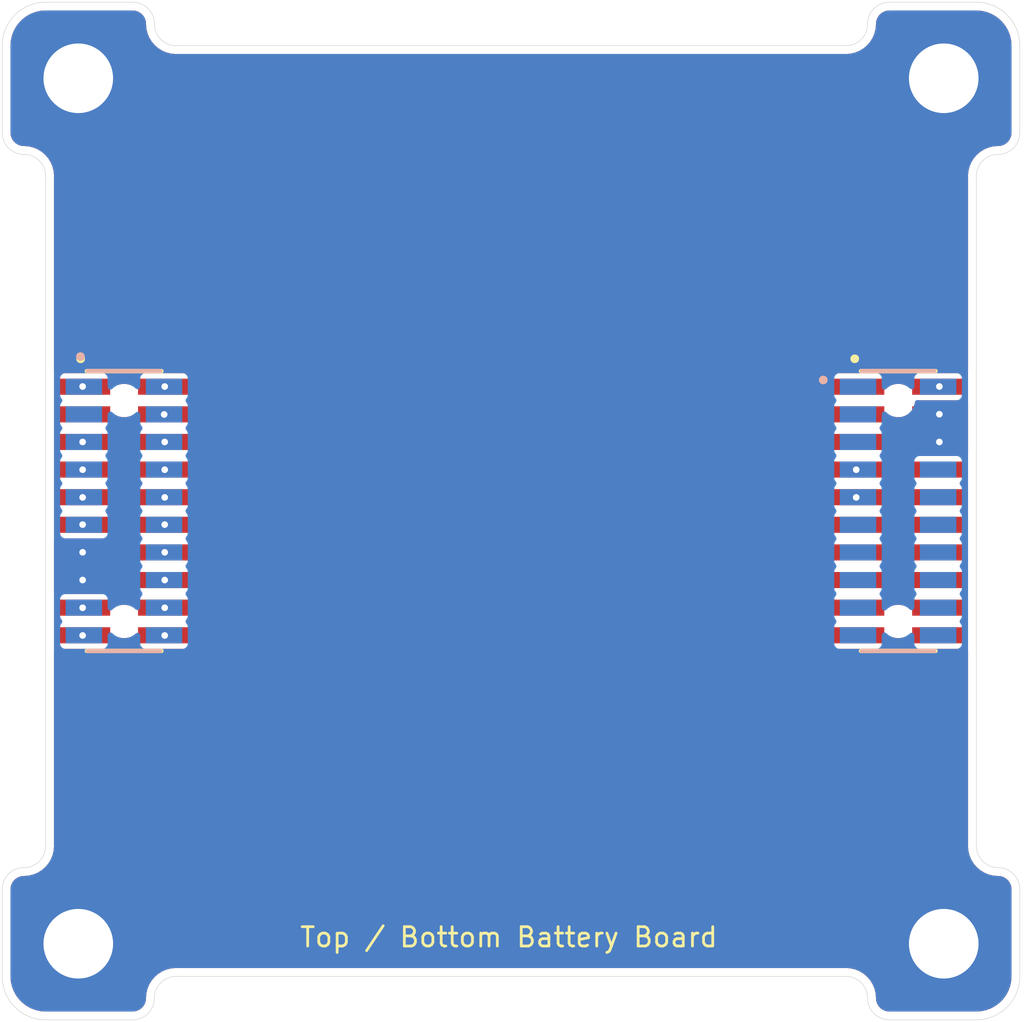
<source format=kicad_pcb>
(kicad_pcb (version 20211014) (generator pcbnew)
  (layers (0 "F.Cu" signal) (31 "B.Cu" signal) (34 "B.Paste" user) (35 "F.Paste" user) (36 "B.SilkS" user "B.Silkscreen") (37 "F.SilkS" user "F.Silkscreen") (38 "B.Mask" user) (39 "F.Mask" user) (44 "Edge.Cuts" user))
  (net 0 "")
  (net 1 "BATT_P_SW")
  (net 2 "BATT_N_SW")
  (net 3 "GND")
  (net 4 "+3V3")
  (net 5 "BATT_P")
  (net 6 "COIL5_N")
  (net 7 "COIL5_P")
  (net 8 "VUSB")
  (net 10 "BURN1")
  (net 12 "BURN2")
  (net 24 "SD_CS")
  (net 25 "CAM_EN")
  (net 26 "SCK")
  (net 27 "MISO")
  (net 28 "CAM_CS")
  (net 29 "MOSI")
  (net 30 "SCL1")
  (net 31 "SDA1")
  (net 32 "HI_POW")
  (net 33 "COIL6_N")
  (net 34 "COIL6_P")
  (footprint "mainboard:MountingHole" (layer "F.Cu") (at 172.6 121.6 -90)
    (fp_text reference "H2" hide)
    (fp_text value "MountingHole_Pad")
    (pad "1" thru_hole circle (at 0 0 270) (size 5 5) (drill 3.2) (layers *.Cu *.Mask) (net 3 "GND"))
  )
  (footprint "mainboard:MountingHole" (layer "F.Cu") (at 132.8 121.6 -90)
    (fp_text reference "H3" hide)
    (fp_text value "MountingHole_Pad")
    (pad "1" thru_hole circle (at -0.000001 0.000011 270) (size 5 5) (drill 3.200001) (layers *.Cu *.Mask) (net 3 "GND"))
  )
  (footprint "batteryboard:SAMTEC-FTS-110-01-X-DV-A" (layer "F.Cu") (at 134.9 101.692075 -90)
    (fp_text reference "J4" hide)
    (fp_text value "FTS-110-01-L-DV-A")
    (fp_line (start 6.443 -1.723) (end 6.443 1.707) (layer "F.SilkS") (width 0.2))
    (fp_line (start -6.427 -1.723) (end -6.427 1.707) (layer "F.SilkS") (width 0.2))
    (fp_circle (center -6.992 1.992) (end -6.892 1.992) (layer "F.SilkS") (width 0.2) (fill none))
    (pad "" np_thru_hole circle (at 5.088 -0.008 270) (size 1.02 1.02) (drill 1.02) (layers *.Cu *.Mask))
    (pad "" np_thru_hole circle (at -5.072 -0.008 270) (size 1.02 1.02) (drill 1.02) (layers *.Cu *.Mask))
    (pad "1" smd rect (at -5.707 1.8995 270) (size 0.74 2.535) (layers "F.Cu" "F.Paste" "F.Mask") (net 5 "BATT_P"))
    (pad "2" smd rect (at -5.707 -1.9155 270) (size 0.74 2.535) (layers "F.Cu" "F.Paste" "F.Mask") (net 1 "BATT_P_SW"))
    (pad "3" smd rect (at -4.437 1.8995 270) (size 0.74 2.535) (layers "F.Cu" "F.Paste" "F.Mask"))
    (pad "4" smd rect (at -4.437 -1.9155 270) (size 0.74 2.535) (layers "F.Cu" "F.Paste" "F.Mask") (net 2 "BATT_N_SW"))
    (pad "5" smd rect (at -3.167 1.8995 270) (size 0.74 2.535) (layers "F.Cu" "F.Paste" "F.Mask") (net 24 "SD_CS"))
    (pad "6" smd rect (at -3.167 -1.9155 270) (size 0.74 2.535) (layers "F.Cu" "F.Paste" "F.Mask") (net 25 "CAM_EN"))
    (pad "7" smd rect (at -1.897 1.8995 270) (size 0.74 2.535) (layers "F.Cu" "F.Paste" "F.Mask") (net 26 "SCK"))
    (pad "8" smd rect (at -1.897 -1.9155 270) (size 0.74 2.535) (layers "F.Cu" "F.Paste" "F.Mask") (net 27 "MISO"))
    (pad "9" smd rect (at -0.627 1.8995 270) (size 0.74 2.535) (layers "F.Cu" "F.Paste" "F.Mask") (net 28 "CAM_CS"))
    (pad "10" smd rect (at -0.627 -1.9155 270) (size 0.74 2.535) (layers "F.Cu" "F.Paste" "F.Mask") (net 29 "MOSI"))
    (pad "11" smd rect (at 0.643 1.8995 270) (size 0.74 2.535) (layers "F.Cu" "F.Paste" "F.Mask") (net 30 "SCL1"))
    (pad "12" smd rect (at 0.643 -1.9155 270) (size 0.74 2.535) (layers "F.Cu" "F.Paste" "F.Mask") (net 31 "SDA1"))
    (pad "13" smd rect (at 1.913 1.8995 270) (size 0.74 2.535) (layers "F.Cu" "F.Paste" "F.Mask") (net 3 "GND"))
    (pad "14" smd rect (at 1.913 -1.9155 270) (size 0.74 2.535) (layers "F.Cu" "F.Paste" "F.Mask") (net 32 "HI_POW"))
    (pad "15" smd rect (at 3.183 1.8995 270) (size 0.74 2.535) (layers "F.Cu" "F.Paste" "F.Mask") (net 3 "GND"))
    (pad "16" smd rect (at 3.183 -1.9155 270) (size 0.74 2.535) (layers "F.Cu" "F.Paste" "F.Mask") (net 4 "+3V3"))
    (pad "17" smd rect (at 4.453 1.8995 270) (size 0.74 2.535) (layers "F.Cu" "F.Paste" "F.Mask") (net 33 "COIL6_N"))
    (pad "18" smd rect (at 4.453 -1.9155 270) (size 0.74 2.535) (layers "F.Cu" "F.Paste" "F.Mask") (net 7 "COIL5_P"))
    (pad "19" smd rect (at 5.723 1.8995 270) (size 0.74 2.535) (layers "F.Cu" "F.Paste" "F.Mask") (net 34 "COIL6_P"))
    (pad "20" smd rect (at 5.723 -1.9155 270) (size 0.74 2.535) (layers "F.Cu" "F.Paste" "F.Mask") (net 6 "COIL5_N"))
  )
  (footprint "batteryboard:SAMTEC-FTS-110-01-X-DV-A" (layer "F.Cu") (at 170.5 101.692075 -90)
    (fp_text reference "J3" hide)
    (fp_text value "FTS-110-01-L-DV-A")
    (fp_line (start 6.443 -1.723) (end 6.443 1.707) (layer "F.SilkS") (width 0.2))
    (fp_line (start -6.427 -1.723) (end -6.427 1.707) (layer "F.SilkS") (width 0.2))
    (fp_circle (center -6.992 1.992) (end -6.892 1.992) (layer "F.SilkS") (width 0.2) (fill none))
    (pad "" np_thru_hole circle (at 5.088 -0.008 270) (size 1.02 1.02) (drill 1.02) (layers *.Cu *.Mask))
    (pad "" np_thru_hole circle (at -5.072 -0.008 270) (size 1.02 1.02) (drill 1.02) (layers *.Cu *.Mask))
    (pad "1" smd rect (at -5.707 1.8995 270) (size 0.74 2.535) (layers "F.Cu" "F.Paste" "F.Mask"))
    (pad "2" smd rect (at -5.707 -1.9155 270) (size 0.74 2.535) (layers "F.Cu" "F.Paste" "F.Mask") (net 8 "VUSB"))
    (pad "3" smd rect (at -4.437 1.8995 270) (size 0.74 2.535) (layers "F.Cu" "F.Paste" "F.Mask"))
    (pad "4" smd rect (at -4.437 -1.9155 270) (size 0.74 2.535) (layers "F.Cu" "F.Paste" "F.Mask") (net 3 "GND"))
    (pad "5" smd rect (at -3.167 1.8995 270) (size 0.74 2.535) (layers "F.Cu" "F.Paste" "F.Mask"))
    (pad "6" smd rect (at -3.167 -1.9155 270) (size 0.74 2.535) (layers "F.Cu" "F.Paste" "F.Mask") (net 3 "GND"))
    (pad "7" smd rect (at -1.897 1.8995 270) (size 0.74 2.535) (layers "F.Cu" "F.Paste" "F.Mask") (net 10 "BURN1"))
    (pad "8" smd rect (at -1.897 -1.9155 270) (size 0.74 2.535) (layers "F.Cu" "F.Paste" "F.Mask"))
    (pad "9" smd rect (at -0.627 1.8995 270) (size 0.74 2.535) (layers "F.Cu" "F.Paste" "F.Mask") (net 12 "BURN2"))
    (pad "10" smd rect (at -0.627 -1.9155 270) (size 0.74 2.535) (layers "F.Cu" "F.Paste" "F.Mask"))
    (pad "11" smd rect (at 0.643 1.8995 270) (size 0.74 2.535) (layers "F.Cu" "F.Paste" "F.Mask"))
    (pad "12" smd rect (at 0.643 -1.9155 270) (size 0.74 2.535) (layers "F.Cu" "F.Paste" "F.Mask"))
    (pad "13" smd rect (at 1.913 1.8995 270) (size 0.74 2.535) (layers "F.Cu" "F.Paste" "F.Mask"))
    (pad "14" smd rect (at 1.913 -1.9155 270) (size 0.74 2.535) (layers "F.Cu" "F.Paste" "F.Mask"))
    (pad "15" smd rect (at 3.183 1.8995 270) (size 0.74 2.535) (layers "F.Cu" "F.Paste" "F.Mask"))
    (pad "16" smd rect (at 3.183 -1.9155 270) (size 0.74 2.535) (layers "F.Cu" "F.Paste" "F.Mask"))
    (pad "17" smd rect (at 4.453 1.8995 270) (size 0.74 2.535) (layers "F.Cu" "F.Paste" "F.Mask"))
    (pad "18" smd rect (at 4.453 -1.9155 270) (size 0.74 2.535) (layers "F.Cu" "F.Paste" "F.Mask"))
    (pad "19" smd rect (at 5.723 1.8995 270) (size 0.74 2.535) (layers "F.Cu" "F.Paste" "F.Mask"))
    (pad "20" smd rect (at 5.723 -1.9155 270) (size 0.74 2.535) (layers "F.Cu" "F.Paste" "F.Mask"))
  )
  (footprint "mainboard:MountingHole" (layer "F.Cu") (at 132.8 81.8 -90)
    (fp_text reference "H4" hide)
    (fp_text value "MountingHole_Pad")
    (pad "1" thru_hole circle locked (at 0 0 270) (size 5 5) (drill 3.2) (layers *.Cu *.Mask) (net 3 "GND"))
  )
  (footprint "mainboard:MountingHole" (layer "F.Cu") (at 172.6 81.8 -90)
    (fp_text reference "H1" hide)
    (fp_text value "MountingHole_Pad")
    (pad "1" thru_hole circle (at 0 0 270) (size 5 5) (drill 3.2) (layers *.Cu *.Mask) (net 3 "GND"))
  )
  (footprint "custom-footprints:pycubed_mini_half" (layer "F.Cu") (at 153.1 82.5)
    (fp_text reference "Ref**" hide)
    (fp_text value "Val**" hide)
  )
  (footprint "mainboard:SAMTEC_FLE-110-01-G-DV-A" (layer "B.Cu") (at 134.9 101.7 -90)
    (fp_text reference "J2" hide)
    (fp_text value "FLE-110-01-G-DV-A")
    (fp_line (start 6.435 -1.665) (end 6.435 1.665) (layer "B.SilkS") (width 0.2))
    (fp_line (start -6.435 -1.665) (end -6.435 1.665) (layer "B.SilkS") (width 0.2))
    (fp_circle (center -7.1 2) (end -7 2) (layer "B.SilkS") (width 0.2) (fill none))
    (pad "" np_thru_hole circle (at -5.08 0 270) (size 0.76 0.76) (drill 0.76) (layers *.Cu *.Mask))
    (pad "" np_thru_hole circle (at 5.08 0 270) (size 0.76 0.76) (drill 0.76) (layers *.Cu *.Mask))
    (pad "1" smd rect (at -5.715 1.8425 270) (size 0.74 1.675) (layers "B.Cu" "B.Paste" "B.Mask") (net 5 "BATT_P"))
    (pad "2" smd rect (at -5.715 -1.8425 270) (size 0.74 1.675) (layers "B.Cu" "B.Paste" "B.Mask") (net 1 "BATT_P_SW"))
    (pad "3" smd rect (at -4.445 1.8425 270) (size 0.74 1.675) (layers "B.Cu" "B.Paste" "B.Mask"))
    (pad "4" smd rect (at -4.445 -1.8425 270) (size 0.74 1.675) (layers "B.Cu" "B.Paste" "B.Mask") (net 2 "BATT_N_SW"))
    (pad "5" smd rect (at -3.175 1.8425 270) (size 0.74 1.675) (layers "B.Cu" "B.Paste" "B.Mask") (net 24 "SD_CS"))
    (pad "6" smd rect (at -3.175 -1.8425 270) (size 0.74 1.675) (layers "B.Cu" "B.Paste" "B.Mask") (net 25 "CAM_EN"))
    (pad "7" smd rect (at -1.905 1.8425 270) (size 0.74 1.675) (layers "B.Cu" "B.Paste" "B.Mask") (net 26 "SCK"))
    (pad "8" smd rect (at -1.905 -1.8425 270) (size 0.74 1.675) (layers "B.Cu" "B.Paste" "B.Mask") (net 27 "MISO"))
    (pad "9" smd rect (at -0.635 1.8425 270) (size 0.74 1.675) (layers "B.Cu" "B.Paste" "B.Mask") (net 28 "CAM_CS"))
    (pad "10" smd rect (at -0.635 -1.8425 270) (size 0.74 1.675) (layers "B.Cu" "B.Paste" "B.Mask") (net 29 "MOSI"))
    (pad "11" smd rect (at 0.635 1.8425 270) (size 0.74 1.675) (layers "B.Cu" "B.Paste" "B.Mask") (net 30 "SCL1"))
    (pad "12" smd rect (at 0.635 -1.8425 270) (size 0.74 1.675) (layers "B.Cu" "B.Paste" "B.Mask") (net 31 "SDA1"))
    (pad "13" smd rect (at 1.905 1.8425 270) (size 0.74 1.675) (layers "B.Cu" "B.Paste" "B.Mask") (net 3 "GND"))
    (pad "14" smd rect (at 1.905 -1.8425 270) (size 0.74 1.675) (layers "B.Cu" "B.Paste" "B.Mask") (net 32 "HI_POW"))
    (pad "15" smd rect (at 3.175 1.8425 270) (size 0.74 1.675) (layers "B.Cu" "B.Paste" "B.Mask") (net 3 "GND"))
    (pad "16" smd rect (at 3.175 -1.8425 270) (size 0.74 1.675) (layers "B.Cu" "B.Paste" "B.Mask") (net 4 "+3V3"))
    (pad "17" smd rect (at 4.445 1.8425 270) (size 0.74 1.675) (layers "B.Cu" "B.Paste" "B.Mask") (net 33 "COIL6_N"))
    (pad "18" smd rect (at 4.445 -1.8425 270) (size 0.74 1.675) (layers "B.Cu" "B.Paste" "B.Mask") (net 7 "COIL5_P"))
    (pad "19" smd rect (at 5.715 1.8425 270) (size 0.74 1.675) (layers "B.Cu" "B.Paste" "B.Mask") (net 34 "COIL6_P"))
    (pad "20" smd rect (at 5.715 -1.8425 270) (size 0.74 1.675) (layers "B.Cu" "B.Paste" "B.Mask") (net 6 "COIL5_N"))
  )
  (footprint "mainboard:SAMTEC_FLE-110-01-G-DV-A" (layer "B.Cu") (at 170.5 101.7 -90)
    (fp_text reference "J1" hide)
    (fp_text value "FLE-110-01-G-DV-A")
    (fp_line (start -6.435 -1.665) (end -6.435 1.665) (layer "B.SilkS") (width 0.2))
    (fp_line (start 6.435 -1.665) (end 6.435 1.665) (layer "B.SilkS") (width 0.2))
    (fp_circle (center -6.025 3.44) (end -5.925 3.44) (layer "B.SilkS") (width 0.2) (fill none))
    (pad "" np_thru_hole circle (at -5.08 0 270) (size 0.76 0.76) (drill 0.76) (layers *.Cu *.Mask))
    (pad "" np_thru_hole circle (at 5.08 0 270) (size 0.76 0.76) (drill 0.76) (layers *.Cu *.Mask))
    (pad "1" smd rect (at -5.715 1.8425 270) (size 0.74 1.675) (layers "B.Cu" "B.Paste" "B.Mask"))
    (pad "2" smd rect (at -5.715 -1.8425 270) (size 0.74 1.675) (layers "B.Cu" "B.Paste" "B.Mask") (net 8 "VUSB"))
    (pad "3" smd rect (at -4.445 1.8425 270) (size 0.74 1.675) (layers "B.Cu" "B.Paste" "B.Mask"))
    (pad "4" smd rect (at -4.445 -1.8425 270) (size 0.74 1.675) (layers "B.Cu" "B.Paste" "B.Mask") (net 3 "GND"))
    (pad "5" smd rect (at -3.175 1.8425 270) (size 0.74 1.675) (layers "B.Cu" "B.Paste" "B.Mask"))
    (pad "6" smd rect (at -3.175 -1.8425 270) (size 0.74 1.675) (layers "B.Cu" "B.Paste" "B.Mask") (net 3 "GND"))
    (pad "7" smd rect (at -1.905 1.8425 270) (size 0.74 1.675) (layers "B.Cu" "B.Paste" "B.Mask") (net 10 "BURN1"))
    (pad "8" smd rect (at -1.905 -1.8425 270) (size 0.74 1.675) (layers "B.Cu" "B.Paste" "B.Mask"))
    (pad "9" smd rect (at -0.635 1.8425 270) (size 0.74 1.675) (layers "B.Cu" "B.Paste" "B.Mask") (net 12 "BURN2"))
    (pad "10" smd rect (at -0.635 -1.8425 270) (size 0.74 1.675) (layers "B.Cu" "B.Paste" "B.Mask"))
    (pad "11" smd rect (at 0.635 1.8425 270) (size 0.74 1.675) (layers "B.Cu" "B.Paste" "B.Mask"))
    (pad "12" smd rect (at 0.635 -1.8425 270) (size 0.74 1.675) (layers "B.Cu" "B.Paste" "B.Mask"))
    (pad "13" smd rect (at 1.905 1.8425 270) (size 0.74 1.675) (layers "B.Cu" "B.Paste" "B.Mask"))
    (pad "14" smd rect (at 1.905 -1.8425 270) (size 0.74 1.675) (layers "B.Cu" "B.Paste" "B.Mask"))
    (pad "15" smd rect (at 3.175 1.8425 270) (size 0.74 1.675) (layers "B.Cu" "B.Paste" "B.Mask"))
    (pad "16" smd rect (at 3.175 -1.8425 270) (size 0.74 1.675) (layers "B.Cu" "B.Paste" "B.Mask"))
    (pad "17" smd rect (at 4.445 1.8425 270) (size 0.74 1.675) (layers "B.Cu" "B.Paste" "B.Mask"))
    (pad "18" smd rect (at 4.445 -1.8425 270) (size 0.74 1.675) (layers "B.Cu" "B.Paste" "B.Mask"))
    (pad "19" smd rect (at 5.715 1.8425 270) (size 0.74 1.675) (layers "B.Cu" "B.Paste" "B.Mask"))
    (pad "20" smd rect (at 5.715 -1.8425 270) (size 0.74 1.675) (layers "B.Cu" "B.Paste" "B.Mask"))
  )
  (gr_arc (start 137.3 80.3) (mid 136.592893 80.007107) (end 136.3 79.3) (layer "Edge.Cuts") (width 0.0254))
  (gr_line (start 135.3 125.1) (end 131.3 125.1) (layer "Edge.Cuts") (width 0.0254))
  (gr_line (start 176.1 119.1) (end 176.1 123.1) (layer "Edge.Cuts") (width 0.0254))
  (gr_line (start 129.3 84.3) (end 129.3 80.3) (layer "Edge.Cuts") (width 0.0254))
  (gr_arc (start 130.3 85.3) (mid 129.592893 85.007107) (end 129.3 84.3) (layer "Edge.Cuts") (width 0.0254))
  (gr_arc (start 131.3 125.1) (mid 129.885786 124.514214) (end 129.3 123.1) (layer "Edge.Cuts") (width 0.0254))
  (gr_arc (start 170.1 125.1) (mid 169.392893 124.807107) (end 169.1 124.1) (layer "Edge.Cuts") (width 0.0254))
  (gr_arc (start 175.1 118.1) (mid 174.392893 117.807107) (end 174.1 117.1) (layer "Edge.Cuts") (width 0.0254))
  (gr_arc (start 169.1 79.3) (mid 169.392893 78.592893) (end 170.1 78.3) (layer "Edge.Cuts") (width 0.0254))
  (gr_arc (start 136.3 124.1) (mid 136.592893 123.392893) (end 137.3 123.1) (layer "Edge.Cuts") (width 0.0254))
  (gr_arc (start 176.1 84.3) (mid 175.807107 85.007107) (end 175.1 85.3) (layer "Edge.Cuts") (width 0.0254))
  (gr_arc (start 135.3 78.3) (mid 136.007107 78.592893) (end 136.3 79.3) (layer "Edge.Cuts") (width 0.0254))
  (gr_arc (start 174.1 78.3) (mid 175.514214 78.885786) (end 176.1 80.3) (layer "Edge.Cuts") (width 0.0254))
  (gr_line (start 131.3 117.1) (end 131.3 86.3) (layer "Edge.Cuts") (width 0.0254))
  (gr_line (start 170.1 78.3) (end 174.1 78.3) (layer "Edge.Cuts") (width 0.0254))
  (gr_arc (start 129.3 80.3) (mid 129.885786 78.885786) (end 131.3 78.3) (layer "Edge.Cuts") (width 0.0254))
  (gr_arc (start 174.1 86.3) (mid 174.392893 85.592893) (end 175.1 85.3) (layer "Edge.Cuts") (width 0.0254))
  (gr_arc (start 131.3 117.1) (mid 131.007107 117.807107) (end 130.3 118.1) (layer "Edge.Cuts") (width 0.0254))
  (gr_arc (start 129.3 119.1) (mid 129.592893 118.392893) (end 130.3 118.1) (layer "Edge.Cuts") (width 0.0254))
  (gr_arc (start 176.1 123.1) (mid 175.514214 124.514214) (end 174.1 125.1) (layer "Edge.Cuts") (width 0.0254))
  (gr_arc (start 130.3 85.3) (mid 131.007107 85.592893) (end 131.3 86.3) (layer "Edge.Cuts") (width 0.0254))
  (gr_line (start 131.3 78.3) (end 135.3 78.3) (layer "Edge.Cuts") (width 0.0254))
  (gr_line (start 174.1 86.3) (end 174.1 117.1) (layer "Edge.Cuts") (width 0.0254))
  (gr_line (start 129.3 123.1) (end 129.3 119.1) (layer "Edge.Cuts") (width 0.0254))
  (gr_line (start 174.1 125.1) (end 170.1 125.1) (layer "Edge.Cuts") (width 0.0254))
  (gr_arc (start 175.1 118.1) (mid 175.807107 118.392893) (end 176.1 119.1) (layer "Edge.Cuts") (width 0.0254))
  (gr_line (start 176.1 80.3) (end 176.1 84.3) (layer "Edge.Cuts") (width 0.0254))
  (gr_arc (start 136.3 124.1) (mid 136.007107 124.807107) (end 135.3 125.1) (layer "Edge.Cuts") (width 0.0254))
  (gr_arc (start 168.1 123.1) (mid 168.807107 123.392893) (end 169.1 124.1) (layer "Edge.Cuts") (width 0.0254))
  (gr_line (start 137.3 80.3) (end 168.1 80.3) (layer "Edge.Cuts") (width 0.0254))
  (gr_line (start 168.1 123.1) (end 137.3 123.1) (layer "Edge.Cuts") (width 0.0254))
  (gr_arc (start 169.1 79.3) (mid 168.807107 80.007107) (end 168.1 80.3) (layer "Edge.Cuts") (width 0.0254))
  (gr_text "Top / Bottom Battery Board" (at 152.6 121.3) (layer "F.SilkS") (effects (font (size 0.889 0.889) (thickness 0.127))))
  (via (at 136.775 95.975) (size 0.6096) (drill 0.3048) (layers "F.Cu" "B.Cu") (net 1))
  (via (at 136.75 97.26) (size 0.6096) (drill 0.3048) (layers "F.Cu" "B.Cu") (net 2))
  (via (at 172.4 98.525) (size 0.6096) (drill 0.3048) (layers "F.Cu" "B.Cu") (net 3))
  (via (at 133 104.875) (size 0.6096) (drill 0.3048) (layers "F.Cu" "B.Cu") (net 3))
  (via (at 133 103.6) (size 0.6096) (drill 0.3048) (layers "F.Cu" "B.Cu") (net 3))
  (via (at 172.4 97.25) (size 0.6096) (drill 0.3048) (layers "F.Cu" "B.Cu") (net 3))
  (via (at 136.775 104.875) (size 0.6096) (drill 0.3048) (layers "F.Cu" "B.Cu") (net 4))
  (via (at 133 95.975) (size 0.6096) (drill 0.3048) (layers "F.Cu" "B.Cu") (net 5))
  (via (at 136.775 107.425) (size 0.6096) (drill 0.3048) (layers "F.Cu" "B.Cu") (net 6))
  (via (at 136.775 106.15) (size 0.6096) (drill 0.3048) (layers "F.Cu" "B.Cu") (net 7))
  (via (at 172.4 95.975) (size 0.6096) (drill 0.3048) (layers "F.Cu" "B.Cu") (net 8))
  (via (at 168.575 99.8) (size 0.6096) (drill 0.3048) (layers "F.Cu" "B.Cu") (net 10))
  (via (at 168.575 101.075) (size 0.6096) (drill 0.3048) (layers "F.Cu" "B.Cu") (net 12))
  (via (at 133 98.525) (size 0.6096) (drill 0.3048) (layers "F.Cu" "B.Cu") (net 24))
  (via (at 136.775 98.525) (size 0.6096) (drill 0.3048) (layers "F.Cu" "B.Cu") (net 25))
  (via (at 133 99.8) (size 0.6096) (drill 0.3048) (layers "F.Cu" "B.Cu") (net 26))
  (via (at 136.775 99.8) (size 0.6096) (drill 0.3048) (layers "F.Cu" "B.Cu") (net 27))
  (via (at 133 101.075) (size 0.6096) (drill 0.3048) (layers "F.Cu" "B.Cu") (net 28))
  (via (at 136.775 101.075) (size 0.6096) (drill 0.3048) (layers "F.Cu" "B.Cu") (net 29))
  (via (at 133 102.325) (size 0.6096) (drill 0.3048) (layers "F.Cu" "B.Cu") (net 30))
  (via (at 136.775 102.325) (size 0.6096) (drill 0.3048) (layers "F.Cu" "B.Cu") (net 31))
  (via (at 136.775 103.6) (size 0.6096) (drill 0.3048) (layers "F.Cu" "B.Cu") (net 32))
  (via (at 133 106.15) (size 0.6096) (drill 0.3048) (layers "F.Cu" "B.Cu") (net 33))
  (via (at 133 107.425) (size 0.6096) (drill 0.3048) (layers "F.Cu" "B.Cu") (net 34))
  (zone (net 3) (net_name "GND") (layer "F.Cu") (connect_pads yes (clearance 0)) (min_thickness 0.254) (fill yes (thermal_gap 0.508) (thermal_bridge_width 0.508))
    (polygon (pts (xy 176.3 125.2) (xy 129.2 125.2) (xy 129.2 78.2) (xy 176.2 78.2)))
  )
  (zone (net 3) (net_name "GND") (layer "B.Cu") (connect_pads yes (clearance 0)) (min_thickness 0.254) (fill yes (thermal_gap 0.508) (thermal_bridge_width 0.508))
    (polygon (pts (xy 176.3 125.2) (xy 129.2 125.2) (xy 129.2 78.2) (xy 176.2 78.2)))
  )
)
</source>
